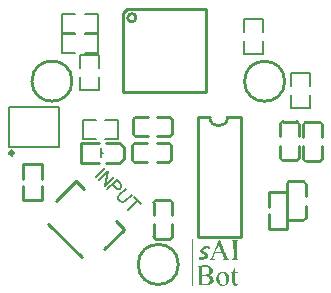
<source format=gto>
G04 Layer: TopSilkLayer*
G04 EasyEDA v6.3.53, 2020-12-20T20:36:17+08:00*
G04 c64323ac755740268967727d35aa34f5,c1f3c4082e0f4854a6dddf38f96dced1,10*
G04 Gerber Generator version 0.2*
G04 Scale: 100 percent, Rotated: No, Reflected: No *
G04 Dimensions in millimeters *
G04 leading zeros omitted , absolute positions ,3 integer and 3 decimal *
%FSLAX33Y33*%
%MOMM*%
G90*
G71D02*

%ADD10C,0.254000*%
%ADD33C,0.200000*%
%ADD34C,0.202997*%
%ADD35C,0.203200*%
%ADD36C,0.299999*%
%ADD37C,0.152400*%

%LPD*%

%LPD*%
G36*
G01X20864Y5672D02*
G01X20128Y5672D01*
G01X20229Y5636D01*
G01X20269Y5621D01*
G01X20305Y5605D01*
G01X20332Y5592D01*
G01X20347Y5582D01*
G01X20365Y5565D01*
G01X20380Y4263D01*
G01X20336Y4053D01*
G01X20128Y3990D01*
G01X20864Y3988D01*
G01X20763Y4024D01*
G01X20722Y4040D01*
G01X20687Y4055D01*
G01X20660Y4069D01*
G01X20645Y4078D01*
G01X20627Y4096D01*
G01X20627Y5565D01*
G01X20645Y5582D01*
G01X20660Y5592D01*
G01X20687Y5605D01*
G01X20722Y5621D01*
G01X20763Y5636D01*
G01X20864Y5672D01*
G37*

%LPD*%
G36*
G01X18157Y5196D02*
G01X18124Y5197D01*
G01X18091Y5195D01*
G01X18055Y5190D01*
G01X18018Y5183D01*
G01X17987Y5174D01*
G01X17952Y5161D01*
G01X17909Y5141D01*
G01X17861Y5115D01*
G01X17815Y5088D01*
G01X17767Y5054D01*
G01X17715Y5011D01*
G01X17665Y4966D01*
G01X17623Y4922D01*
G01X17537Y4822D01*
G01X17552Y4743D01*
G01X17568Y4662D01*
G01X17660Y4559D01*
G01X17824Y4483D01*
G01X17988Y4408D01*
G01X17988Y4304D01*
G01X17817Y4215D01*
G01X17628Y4203D01*
G01X17440Y4191D01*
G01X17425Y4154D01*
G01X17421Y4138D01*
G01X17420Y4118D01*
G01X17421Y4099D01*
G01X17425Y4082D01*
G01X17436Y4066D01*
G01X17454Y4048D01*
G01X17478Y4030D01*
G01X17505Y4016D01*
G01X17570Y3986D01*
G01X17750Y3986D01*
G01X17894Y4041D01*
G01X18038Y4094D01*
G01X18193Y4240D01*
G01X18250Y4448D01*
G01X18203Y4512D01*
G01X18155Y4576D01*
G01X17992Y4646D01*
G01X17927Y4675D01*
G01X17868Y4704D01*
G01X17824Y4728D01*
G01X17799Y4746D01*
G01X17768Y4776D01*
G01X17819Y4833D01*
G01X17847Y4859D01*
G01X17884Y4887D01*
G01X17925Y4915D01*
G01X17967Y4939D01*
G01X18009Y4958D01*
G01X18051Y4974D01*
G01X18089Y4985D01*
G01X18117Y4989D01*
G01X18169Y4989D01*
G01X18201Y4936D01*
G01X18328Y4936D01*
G01X18345Y5002D01*
G01X18361Y5068D01*
G01X18346Y5107D01*
G01X18331Y5148D01*
G01X18263Y5173D01*
G01X18231Y5184D01*
G01X18194Y5191D01*
G01X18157Y5196D01*
G37*

%LPD*%
G36*
G01X19217Y5701D02*
G01X19149Y5701D01*
G01X18829Y4942D01*
G01X18796Y4865D01*
G01X18763Y4789D01*
G01X18732Y4715D01*
G01X18701Y4643D01*
G01X18672Y4575D01*
G01X18643Y4509D01*
G01X18617Y4447D01*
G01X18591Y4389D01*
G01X18568Y4336D01*
G01X18547Y4288D01*
G01X18527Y4244D01*
G01X18510Y4207D01*
G01X18496Y4176D01*
G01X18484Y4151D01*
G01X18475Y4134D01*
G01X18470Y4123D01*
G01X18432Y4063D01*
G01X18367Y4039D01*
G01X18342Y4028D01*
G01X18322Y4017D01*
G01X18308Y4008D01*
G01X18303Y4000D01*
G01X18324Y3995D01*
G01X18380Y3990D01*
G01X18465Y3987D01*
G01X18567Y3986D01*
G01X18832Y3986D01*
G01X18817Y4009D01*
G01X18806Y4019D01*
G01X18784Y4030D01*
G01X18756Y4040D01*
G01X18724Y4048D01*
G01X18645Y4064D01*
G01X18645Y4118D01*
G01X18650Y4153D01*
G01X18665Y4210D01*
G01X18688Y4280D01*
G01X18716Y4356D01*
G01X18787Y4540D01*
G01X19424Y4540D01*
G01X19494Y4362D01*
G01X19521Y4288D01*
G01X19543Y4218D01*
G01X19558Y4161D01*
G01X19564Y4124D01*
G01X19564Y4066D01*
G01X19393Y3990D01*
G01X20102Y3991D01*
G01X19914Y4069D01*
G01X19873Y4140D01*
G01X19865Y4154D01*
G01X19854Y4178D01*
G01X19839Y4211D01*
G01X19821Y4251D01*
G01X19800Y4299D01*
G01X19777Y4353D01*
G01X19752Y4411D01*
G01X19725Y4475D01*
G01X19696Y4544D01*
G01X19666Y4615D01*
G01X19635Y4689D01*
G01X19604Y4765D01*
G01X19572Y4841D01*
G01X19509Y4995D01*
G01X19478Y5069D01*
G01X19448Y5142D01*
G01X19419Y5212D01*
G01X19392Y5277D01*
G01X19367Y5337D01*
G01X19345Y5391D01*
G01X19325Y5439D01*
G01X19309Y5479D01*
G01X19296Y5509D01*
G01X19217Y5701D01*
G37*

%LPC*%
G36*
G01X19122Y5231D02*
G01X19103Y5251D01*
G01X18837Y4632D01*
G01X19098Y4625D01*
G01X19201Y4623D01*
G01X19286Y4623D01*
G01X19346Y4624D01*
G01X19371Y4628D01*
G01X19365Y4654D01*
G01X19343Y4719D01*
G01X19307Y4813D01*
G01X19261Y4925D01*
G01X19213Y5038D01*
G01X19171Y5133D01*
G01X19139Y5201D01*
G01X19122Y5231D01*
G37*

%LPD*%
G36*
G01X18267Y3473D02*
G01X18136Y3511D01*
G01X17161Y3506D01*
G01X17251Y3484D01*
G01X17342Y3463D01*
G01X17410Y3370D01*
G01X17410Y1965D01*
G01X17342Y1871D01*
G01X17251Y1850D01*
G01X17161Y1829D01*
G01X17702Y1826D01*
G01X18244Y1823D01*
G01X18472Y1905D01*
G01X18534Y1963D01*
G01X18562Y1991D01*
G01X18590Y2026D01*
G01X18616Y2064D01*
G01X18636Y2098D01*
G01X18677Y2175D01*
G01X18653Y2457D01*
G01X18590Y2526D01*
G01X18526Y2595D01*
G01X18421Y2644D01*
G01X18316Y2692D01*
G01X18402Y2694D01*
G01X18497Y2800D01*
G01X18592Y2905D01*
G01X18592Y3172D01*
G01X18562Y3230D01*
G01X18546Y3258D01*
G01X18522Y3292D01*
G01X18494Y3327D01*
G01X18465Y3360D01*
G01X18397Y3434D01*
G01X18267Y3473D01*
G37*

%LPC*%
G36*
G01X18098Y2614D02*
G01X17738Y2640D01*
G01X17706Y2625D01*
G01X17673Y2610D01*
G01X17673Y1935D01*
G01X17975Y1903D01*
G01X18181Y1952D01*
G01X18248Y2002D01*
G01X18316Y2053D01*
G01X18382Y2251D01*
G01X18330Y2447D01*
G01X18271Y2501D01*
G01X18243Y2524D01*
G01X18212Y2548D01*
G01X18181Y2569D01*
G01X18154Y2585D01*
G01X18098Y2614D01*
G37*
G36*
G01X17890Y3419D02*
G01X17834Y3420D01*
G01X17783Y3418D01*
G01X17745Y3415D01*
G01X17673Y3403D01*
G01X17673Y2751D01*
G01X17775Y2734D01*
G01X17879Y2716D01*
G01X18133Y2754D01*
G01X18203Y2803D01*
G01X18273Y2853D01*
G01X18335Y3040D01*
G01X18318Y3125D01*
G01X18309Y3163D01*
G01X18296Y3202D01*
G01X18279Y3239D01*
G01X18262Y3268D01*
G01X18240Y3294D01*
G01X18212Y3321D01*
G01X18180Y3346D01*
G01X18148Y3365D01*
G01X18075Y3403D01*
G01X17946Y3415D01*
G01X17890Y3419D01*
G37*

%LPD*%
G36*
G01X19660Y2956D02*
G01X19586Y2984D01*
G01X19341Y2982D01*
G01X19249Y2942D01*
G01X19208Y2922D01*
G01X19165Y2897D01*
G01X19126Y2870D01*
G01X19094Y2844D01*
G01X19031Y2786D01*
G01X18969Y2654D01*
G01X18908Y2522D01*
G01X18907Y2386D01*
G01X18907Y2249D01*
G01X18935Y2175D01*
G01X18951Y2138D01*
G01X18974Y2093D01*
G01X19001Y2046D01*
G01X19030Y2003D01*
G01X19097Y1905D01*
G01X19207Y1851D01*
G01X19318Y1797D01*
G01X19447Y1797D01*
G01X19577Y1798D01*
G01X19685Y1848D01*
G01X19793Y1897D01*
G01X19861Y1987D01*
G01X19891Y2031D01*
G01X19922Y2084D01*
G01X19949Y2140D01*
G01X19970Y2191D01*
G01X20010Y2305D01*
G01X20010Y2427D01*
G01X20009Y2549D01*
G01X19960Y2654D01*
G01X19912Y2760D01*
G01X19823Y2844D01*
G01X19783Y2879D01*
G01X19738Y2911D01*
G01X19696Y2938D01*
G01X19660Y2956D01*
G37*

%LPC*%
G36*
G01X19454Y2900D02*
G01X19432Y2903D01*
G01X19414Y2901D01*
G01X19393Y2897D01*
G01X19372Y2892D01*
G01X19353Y2886D01*
G01X19333Y2876D01*
G01X19309Y2861D01*
G01X19282Y2840D01*
G01X19256Y2819D01*
G01X19198Y2766D01*
G01X19169Y2628D01*
G01X19141Y2490D01*
G01X19167Y2328D01*
G01X19193Y2165D01*
G01X19251Y2061D01*
G01X19310Y1957D01*
G01X19394Y1917D01*
G01X19431Y1901D01*
G01X19467Y1888D01*
G01X19498Y1879D01*
G01X19521Y1876D01*
G01X19563Y1876D01*
G01X19642Y1949D01*
G01X19722Y2021D01*
G01X19747Y2163D01*
G01X19773Y2305D01*
G01X19749Y2459D01*
G01X19724Y2613D01*
G01X19679Y2709D01*
G01X19633Y2806D01*
G01X19552Y2855D01*
G01X19518Y2874D01*
G01X19484Y2890D01*
G01X19454Y2900D01*
G37*

%LPD*%
G36*
G01X20509Y3327D02*
G01X20485Y3327D01*
G01X20470Y3316D01*
G01X20445Y3285D01*
G01X20414Y3240D01*
G01X20381Y3185D01*
G01X20302Y3043D01*
G01X20208Y2985D01*
G01X20172Y2961D01*
G01X20142Y2937D01*
G01X20122Y2916D01*
G01X20115Y2903D01*
G01X20115Y2878D01*
G01X20273Y2878D01*
G01X20274Y2100D01*
G01X20298Y1995D01*
G01X20323Y1889D01*
G01X20379Y1843D01*
G01X20436Y1797D01*
G01X20619Y1797D01*
G01X20709Y1887D01*
G01X20743Y1924D01*
G01X20772Y1958D01*
G01X20791Y1987D01*
G01X20798Y2006D01*
G01X20796Y2017D01*
G01X20792Y2025D01*
G01X20786Y2032D01*
G01X20778Y2034D01*
G01X20767Y2030D01*
G01X20749Y2021D01*
G01X20729Y2009D01*
G01X20708Y1994D01*
G01X20685Y1979D01*
G01X20662Y1966D01*
G01X20641Y1958D01*
G01X20624Y1955D01*
G01X20608Y1958D01*
G01X20589Y1967D01*
G01X20569Y1981D01*
G01X20550Y1996D01*
G01X20509Y2038D01*
G01X20509Y2878D01*
G01X20772Y2878D01*
G01X20772Y2958D01*
G01X20509Y2958D01*
G01X20509Y3327D01*
G37*

%LPD*%
G36*
G01X16977Y5766D02*
G01X16885Y5784D01*
G01X16872Y5749D01*
G01X16871Y5744D01*
G01X16870Y5735D01*
G01X16870Y5721D01*
G01X16869Y5702D01*
G01X16868Y5678D01*
G01X16868Y5650D01*
G01X16867Y5617D01*
G01X16867Y5539D01*
G01X16866Y5494D01*
G01X16866Y5445D01*
G01X16865Y5392D01*
G01X16865Y5214D01*
G01X16864Y5147D01*
G01X16864Y4047D01*
G01X16865Y3949D01*
G01X16865Y3749D01*
G01X16872Y1784D01*
G01X16977Y1784D01*
G01X16977Y5766D01*
G37*

%LPD*%
G54D33*
G01X8725Y14200D02*
G01X7625Y14200D01*
G01X7625Y15801D01*
G01X8725Y15801D01*
G01X9525Y14200D02*
G01X10625Y14200D01*
G01X10625Y15200D01*
G01X10625Y15801D01*
G01X9525Y15801D01*
G54D10*
G01X7476Y12187D02*
G01X8949Y12187D01*
G01X7476Y13914D02*
G01X8949Y13914D01*
G01X7476Y13914D02*
G01X7476Y12187D01*
G01X9534Y12187D02*
G01X10702Y12187D01*
G01X9559Y13914D02*
G01X10702Y13914D01*
G01X10702Y13914D02*
G01X11058Y13558D01*
G01X11058Y12542D01*
G01X10702Y12187D01*
G54D34*
G01X9165Y13457D02*
G01X9165Y12669D01*
G01X9165Y13058D02*
G01X9341Y13058D01*
G54D33*
G01X22847Y22518D02*
G01X22847Y21418D01*
G01X21246Y21418D01*
G01X21246Y22518D01*
G01X22847Y23318D02*
G01X22847Y24418D01*
G01X21847Y24418D01*
G01X21246Y24418D01*
G01X21246Y23318D01*
G01X6983Y21519D02*
G01X5883Y21519D01*
G01X5883Y23120D01*
G01X6983Y23120D01*
G01X7783Y21519D02*
G01X8883Y21519D01*
G01X8883Y22519D01*
G01X8883Y23120D01*
G01X7783Y23120D01*
G54D10*
G01X21016Y16089D02*
G01X21016Y5929D01*
G01X17333Y5930D01*
G01X17333Y16090D01*
G01X21016Y16089D02*
G01X19873Y16090D01*
G01X18349Y16090D02*
G01X17333Y16090D01*
G54D35*
G01X1369Y13522D02*
G01X5569Y13522D01*
G01X5569Y16922D01*
G01X1369Y16922D01*
G01X1369Y13522D01*
G54D33*
G01X25250Y18728D02*
G01X25250Y19828D01*
G01X26851Y19828D01*
G01X26851Y18728D01*
G01X25250Y17928D02*
G01X25250Y16828D01*
G01X26250Y16828D01*
G01X26851Y16828D01*
G01X26851Y17928D01*
G01X8958Y19442D02*
G01X8958Y18342D01*
G01X7357Y18342D01*
G01X7357Y19442D01*
G01X8958Y20242D02*
G01X8958Y21342D01*
G01X7958Y21342D01*
G01X7357Y21342D01*
G01X7357Y20242D01*
G01X7769Y24797D02*
G01X8869Y24797D01*
G01X8869Y23196D01*
G01X7769Y23196D01*
G01X6969Y24797D02*
G01X5869Y24797D01*
G01X5869Y23797D01*
G01X5869Y23196D01*
G01X6969Y23196D01*
G54D10*
G01X11358Y25252D02*
G01X11002Y24896D01*
G01X11358Y25252D02*
G01X18013Y25252D01*
G01X11002Y18241D02*
G01X11002Y24896D01*
G01X18013Y18241D02*
G01X11002Y18241D01*
G01X18013Y25252D02*
G01X18013Y18241D01*
G01X4703Y7061D02*
G01X7531Y4232D01*
G01X7743Y9960D02*
G01X7036Y10667D01*
G01X5339Y8970D01*
G01X10430Y7273D02*
G01X11067Y6637D01*
G01X11138Y6566D01*
G01X11067Y6495D01*
G01X9440Y4869D01*
G01X13802Y9033D02*
G01X15002Y9033D01*
G01X13602Y6983D02*
G01X13602Y5982D01*
G01X15202Y6983D02*
G01X15202Y5982D01*
G01X13602Y7783D02*
G01X13602Y8782D01*
G01X15202Y7783D02*
G01X15202Y8782D01*
G01X13802Y5732D02*
G01X15002Y5732D01*
G01X13602Y5932D02*
G01X13602Y5982D01*
G01X15202Y5933D02*
G01X15202Y5982D01*
G01X13602Y8833D02*
G01X13602Y8782D01*
G01X15202Y8832D02*
G01X15202Y8782D01*
G01X25086Y10631D02*
G01X26286Y10631D01*
G01X24886Y8581D02*
G01X24886Y7581D01*
G01X26486Y8581D02*
G01X26486Y7581D01*
G01X24886Y9382D02*
G01X24886Y10381D01*
G01X26486Y9382D02*
G01X26486Y10381D01*
G01X25086Y7331D02*
G01X26286Y7331D01*
G01X24886Y7531D02*
G01X24886Y7581D01*
G01X26486Y7531D02*
G01X26486Y7581D01*
G01X24886Y10431D02*
G01X24886Y10381D01*
G01X26486Y10431D02*
G01X26486Y10381D01*
G01X15168Y15861D02*
G01X15168Y14660D01*
G01X13118Y16061D02*
G01X12118Y16061D01*
G01X13118Y14460D02*
G01X12118Y14460D01*
G01X13919Y16061D02*
G01X14918Y16061D01*
G01X13919Y14460D02*
G01X14918Y14460D01*
G01X11868Y15861D02*
G01X11868Y14660D01*
G01X12068Y16061D02*
G01X12118Y16061D01*
G01X12068Y14460D02*
G01X12118Y14460D01*
G01X14968Y16061D02*
G01X14918Y16061D01*
G01X14968Y14460D02*
G01X14918Y14460D01*
G01X11803Y12450D02*
G01X11803Y13650D01*
G01X13853Y12250D02*
G01X14853Y12250D01*
G01X13853Y13851D02*
G01X14853Y13851D01*
G01X13053Y12250D02*
G01X12053Y12250D01*
G01X13053Y13851D02*
G01X12053Y13851D01*
G01X15103Y12450D02*
G01X15103Y13650D01*
G01X14903Y12250D02*
G01X14853Y12250D01*
G01X14903Y13851D02*
G01X14853Y13851D01*
G01X12003Y12250D02*
G01X12053Y12250D01*
G01X12003Y13851D02*
G01X12053Y13851D01*
G01X23339Y6626D02*
G01X24939Y6626D01*
G01X24934Y8476D02*
G01X24934Y9726D01*
G01X23334Y8476D02*
G01X23334Y9726D01*
G01X24939Y7876D02*
G01X24939Y6626D01*
G01X23339Y7876D02*
G01X23339Y6626D01*
G01X23334Y9726D02*
G01X24934Y9726D01*
G01X2565Y9018D02*
G01X4166Y9018D01*
G01X4160Y10868D02*
G01X4160Y12118D01*
G01X2560Y10868D02*
G01X2560Y12118D01*
G01X4166Y10268D02*
G01X4166Y9018D01*
G01X2565Y10268D02*
G01X2565Y9018D01*
G01X2560Y12118D02*
G01X4160Y12118D01*
G01X25727Y12401D02*
G01X24527Y12401D01*
G01X25927Y14451D02*
G01X25927Y15451D01*
G01X24327Y14451D02*
G01X24327Y15451D01*
G01X25927Y13651D02*
G01X25927Y12651D01*
G01X24327Y13651D02*
G01X24327Y12651D01*
G01X25727Y15701D02*
G01X24527Y15701D01*
G01X25927Y15501D02*
G01X25927Y15451D01*
G01X24327Y15501D02*
G01X24327Y15451D01*
G01X25927Y12601D02*
G01X25927Y12651D01*
G01X24327Y12601D02*
G01X24327Y12651D01*
G01X26477Y15662D02*
G01X27677Y15662D01*
G01X26277Y13613D02*
G01X26277Y12612D01*
G01X27877Y13613D02*
G01X27877Y12612D01*
G01X26277Y14413D02*
G01X26277Y15412D01*
G01X27877Y14413D02*
G01X27877Y15412D01*
G01X26477Y12362D02*
G01X27677Y12362D01*
G01X26277Y12562D02*
G01X26277Y12612D01*
G01X27877Y12562D02*
G01X27877Y12612D01*
G01X26277Y15462D02*
G01X26277Y15412D01*
G01X27877Y15462D02*
G01X27877Y15412D01*
G54D37*
G01X9471Y11784D02*
G01X8700Y11013D01*
G01X9713Y11541D02*
G01X8943Y10771D01*
G01X9713Y11541D02*
G01X9457Y10257D01*
G01X10227Y11028D02*
G01X9457Y10257D01*
G01X10470Y10785D02*
G01X9699Y10015D01*
G01X10470Y10785D02*
G01X10800Y10455D01*
G01X10875Y10307D01*
G01X10874Y10234D01*
G01X10838Y10122D01*
G01X10728Y10013D01*
G01X10617Y9977D01*
G01X10545Y9977D01*
G01X10396Y10051D01*
G01X10065Y10381D01*
G01X11227Y10027D02*
G01X10676Y9476D01*
G01X10602Y9330D01*
G01X10602Y9183D01*
G01X10676Y9038D01*
G01X10750Y8964D01*
G01X10897Y8888D01*
G01X11044Y8888D01*
G01X11190Y8962D01*
G01X11741Y9514D01*
G01X12240Y9014D02*
G01X11470Y8244D01*
G01X11984Y9271D02*
G01X12497Y8757D01*
G54D10*
G75*
G01X18350Y16090D02*
G03X19874Y16090I762J0D01*
G01*
G54D36*
G75*
G01X1570Y13172D02*
G03X1573Y13172I1J-150D01*
G01*
G54D10*
G75*
G01X13803Y5733D02*
G02X13603Y5933I0J200D01*
G01*
G75*
G01X15003Y5733D02*
G03X15203Y5933I0J200D01*
G01*
G75*
G01X13803Y9033D02*
G03X13603Y8833I0J-200D01*
G01*
G75*
G01X15003Y9033D02*
G02X15203Y8833I0J-200D01*
G01*
G75*
G01X25087Y7332D02*
G02X24887Y7532I0J200D01*
G01*
G75*
G01X26287Y7332D02*
G03X26487Y7532I0J200D01*
G01*
G75*
G01X25087Y10632D02*
G03X24887Y10432I0J-200D01*
G01*
G75*
G01X26287Y10632D02*
G02X26487Y10432I0J-200D01*
G01*
G75*
G01X11869Y15861D02*
G02X12069Y16061I200J0D01*
G01*
G75*
G01X11869Y14661D02*
G03X12069Y14461I200J0D01*
G01*
G75*
G01X15169Y15861D02*
G03X14969Y16061I-200J0D01*
G01*
G75*
G01X15169Y14661D02*
G02X14969Y14461I-200J0D01*
G01*
G75*
G01X15104Y12451D02*
G02X14904Y12251I-200J0D01*
G01*
G75*
G01X15104Y13651D02*
G03X14904Y13851I-200J0D01*
G01*
G75*
G01X11804Y12451D02*
G03X12004Y12251I200J0D01*
G01*
G75*
G01X11804Y13651D02*
G02X12004Y13851I200J0D01*
G01*
G75*
G01X25728Y15702D02*
G02X25928Y15502I0J-200D01*
G01*
G75*
G01X24528Y15702D02*
G03X24328Y15502I0J-200D01*
G01*
G75*
G01X25728Y12402D02*
G03X25928Y12602I0J200D01*
G01*
G75*
G01X24528Y12402D02*
G02X24328Y12602I0J200D01*
G01*
G75*
G01X26478Y12363D02*
G02X26278Y12563I0J200D01*
G01*
G75*
G01X27678Y12363D02*
G03X27878Y12563I0J200D01*
G01*
G75*
G01X26478Y15663D02*
G03X26278Y15463I0J-200D01*
G01*
G75*
G01X27678Y15663D02*
G02X27878Y15463I0J-200D01*
G01*
G75*
G01X12120Y24490D02*
G03X12120Y24490I-356J0D01*
G01*
G75*
G01X15700Y3600D02*
G03X15700Y3600I-1700J0D01*
G01*
G75*
G01X24700Y19111D02*
G03X24700Y19111I-1700J0D01*
G01*
G75*
G01X6700Y19122D02*
G03X6700Y19122I-1700J0D01*
G01*
M00*
M02*

</source>
